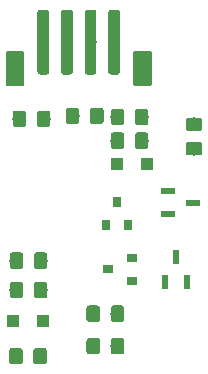
<source format=gbr>
G04 #@! TF.GenerationSoftware,KiCad,Pcbnew,(5.1.0)-1*
G04 #@! TF.CreationDate,2020-03-11T19:31:41+00:00*
G04 #@! TF.ProjectId,Line Generator,4c696e65-2047-4656-9e65-7261746f722e,rev?*
G04 #@! TF.SameCoordinates,Original*
G04 #@! TF.FileFunction,Paste,Top*
G04 #@! TF.FilePolarity,Positive*
%FSLAX46Y46*%
G04 Gerber Fmt 4.6, Leading zero omitted, Abs format (unit mm)*
G04 Created by KiCad (PCBNEW (5.1.0)-1) date 2020-03-11 19:31:42*
%MOMM*%
%LPD*%
G04 APERTURE LIST*
%ADD10C,0.100000*%
%ADD11C,1.000000*%
%ADD12C,1.600000*%
%ADD13R,1.000000X1.000000*%
%ADD14R,0.800000X0.900000*%
%ADD15C,1.150000*%
%ADD16R,1.300000X0.600000*%
%ADD17R,0.600000X1.300000*%
%ADD18R,0.900000X0.800000*%
G04 APERTURE END LIST*
D10*
G36*
X212274504Y-69751204D02*
G01*
X212298773Y-69754804D01*
X212322571Y-69760765D01*
X212345671Y-69769030D01*
X212367849Y-69779520D01*
X212388893Y-69792133D01*
X212408598Y-69806747D01*
X212426777Y-69823223D01*
X212443253Y-69841402D01*
X212457867Y-69861107D01*
X212470480Y-69882151D01*
X212480970Y-69904329D01*
X212489235Y-69927429D01*
X212495196Y-69951227D01*
X212498796Y-69975496D01*
X212500000Y-70000000D01*
X212500000Y-75000000D01*
X212498796Y-75024504D01*
X212495196Y-75048773D01*
X212489235Y-75072571D01*
X212480970Y-75095671D01*
X212470480Y-75117849D01*
X212457867Y-75138893D01*
X212443253Y-75158598D01*
X212426777Y-75176777D01*
X212408598Y-75193253D01*
X212388893Y-75207867D01*
X212367849Y-75220480D01*
X212345671Y-75230970D01*
X212322571Y-75239235D01*
X212298773Y-75245196D01*
X212274504Y-75248796D01*
X212250000Y-75250000D01*
X211750000Y-75250000D01*
X211725496Y-75248796D01*
X211701227Y-75245196D01*
X211677429Y-75239235D01*
X211654329Y-75230970D01*
X211632151Y-75220480D01*
X211611107Y-75207867D01*
X211591402Y-75193253D01*
X211573223Y-75176777D01*
X211556747Y-75158598D01*
X211542133Y-75138893D01*
X211529520Y-75117849D01*
X211519030Y-75095671D01*
X211510765Y-75072571D01*
X211504804Y-75048773D01*
X211501204Y-75024504D01*
X211500000Y-75000000D01*
X211500000Y-70000000D01*
X211501204Y-69975496D01*
X211504804Y-69951227D01*
X211510765Y-69927429D01*
X211519030Y-69904329D01*
X211529520Y-69882151D01*
X211542133Y-69861107D01*
X211556747Y-69841402D01*
X211573223Y-69823223D01*
X211591402Y-69806747D01*
X211611107Y-69792133D01*
X211632151Y-69779520D01*
X211654329Y-69769030D01*
X211677429Y-69760765D01*
X211701227Y-69754804D01*
X211725496Y-69751204D01*
X211750000Y-69750000D01*
X212250000Y-69750000D01*
X212274504Y-69751204D01*
X212274504Y-69751204D01*
G37*
D11*
X212000000Y-72500000D03*
D10*
G36*
X210274504Y-69751204D02*
G01*
X210298773Y-69754804D01*
X210322571Y-69760765D01*
X210345671Y-69769030D01*
X210367849Y-69779520D01*
X210388893Y-69792133D01*
X210408598Y-69806747D01*
X210426777Y-69823223D01*
X210443253Y-69841402D01*
X210457867Y-69861107D01*
X210470480Y-69882151D01*
X210480970Y-69904329D01*
X210489235Y-69927429D01*
X210495196Y-69951227D01*
X210498796Y-69975496D01*
X210500000Y-70000000D01*
X210500000Y-75000000D01*
X210498796Y-75024504D01*
X210495196Y-75048773D01*
X210489235Y-75072571D01*
X210480970Y-75095671D01*
X210470480Y-75117849D01*
X210457867Y-75138893D01*
X210443253Y-75158598D01*
X210426777Y-75176777D01*
X210408598Y-75193253D01*
X210388893Y-75207867D01*
X210367849Y-75220480D01*
X210345671Y-75230970D01*
X210322571Y-75239235D01*
X210298773Y-75245196D01*
X210274504Y-75248796D01*
X210250000Y-75250000D01*
X209750000Y-75250000D01*
X209725496Y-75248796D01*
X209701227Y-75245196D01*
X209677429Y-75239235D01*
X209654329Y-75230970D01*
X209632151Y-75220480D01*
X209611107Y-75207867D01*
X209591402Y-75193253D01*
X209573223Y-75176777D01*
X209556747Y-75158598D01*
X209542133Y-75138893D01*
X209529520Y-75117849D01*
X209519030Y-75095671D01*
X209510765Y-75072571D01*
X209504804Y-75048773D01*
X209501204Y-75024504D01*
X209500000Y-75000000D01*
X209500000Y-70000000D01*
X209501204Y-69975496D01*
X209504804Y-69951227D01*
X209510765Y-69927429D01*
X209519030Y-69904329D01*
X209529520Y-69882151D01*
X209542133Y-69861107D01*
X209556747Y-69841402D01*
X209573223Y-69823223D01*
X209591402Y-69806747D01*
X209611107Y-69792133D01*
X209632151Y-69779520D01*
X209654329Y-69769030D01*
X209677429Y-69760765D01*
X209701227Y-69754804D01*
X209725496Y-69751204D01*
X209750000Y-69750000D01*
X210250000Y-69750000D01*
X210274504Y-69751204D01*
X210274504Y-69751204D01*
G37*
D11*
X210000000Y-72500000D03*
D10*
G36*
X208274504Y-69751204D02*
G01*
X208298773Y-69754804D01*
X208322571Y-69760765D01*
X208345671Y-69769030D01*
X208367849Y-69779520D01*
X208388893Y-69792133D01*
X208408598Y-69806747D01*
X208426777Y-69823223D01*
X208443253Y-69841402D01*
X208457867Y-69861107D01*
X208470480Y-69882151D01*
X208480970Y-69904329D01*
X208489235Y-69927429D01*
X208495196Y-69951227D01*
X208498796Y-69975496D01*
X208500000Y-70000000D01*
X208500000Y-75000000D01*
X208498796Y-75024504D01*
X208495196Y-75048773D01*
X208489235Y-75072571D01*
X208480970Y-75095671D01*
X208470480Y-75117849D01*
X208457867Y-75138893D01*
X208443253Y-75158598D01*
X208426777Y-75176777D01*
X208408598Y-75193253D01*
X208388893Y-75207867D01*
X208367849Y-75220480D01*
X208345671Y-75230970D01*
X208322571Y-75239235D01*
X208298773Y-75245196D01*
X208274504Y-75248796D01*
X208250000Y-75250000D01*
X207750000Y-75250000D01*
X207725496Y-75248796D01*
X207701227Y-75245196D01*
X207677429Y-75239235D01*
X207654329Y-75230970D01*
X207632151Y-75220480D01*
X207611107Y-75207867D01*
X207591402Y-75193253D01*
X207573223Y-75176777D01*
X207556747Y-75158598D01*
X207542133Y-75138893D01*
X207529520Y-75117849D01*
X207519030Y-75095671D01*
X207510765Y-75072571D01*
X207504804Y-75048773D01*
X207501204Y-75024504D01*
X207500000Y-75000000D01*
X207500000Y-70000000D01*
X207501204Y-69975496D01*
X207504804Y-69951227D01*
X207510765Y-69927429D01*
X207519030Y-69904329D01*
X207529520Y-69882151D01*
X207542133Y-69861107D01*
X207556747Y-69841402D01*
X207573223Y-69823223D01*
X207591402Y-69806747D01*
X207611107Y-69792133D01*
X207632151Y-69779520D01*
X207654329Y-69769030D01*
X207677429Y-69760765D01*
X207701227Y-69754804D01*
X207725496Y-69751204D01*
X207750000Y-69750000D01*
X208250000Y-69750000D01*
X208274504Y-69751204D01*
X208274504Y-69751204D01*
G37*
D11*
X208000000Y-72500000D03*
D10*
G36*
X206274504Y-69751204D02*
G01*
X206298773Y-69754804D01*
X206322571Y-69760765D01*
X206345671Y-69769030D01*
X206367849Y-69779520D01*
X206388893Y-69792133D01*
X206408598Y-69806747D01*
X206426777Y-69823223D01*
X206443253Y-69841402D01*
X206457867Y-69861107D01*
X206470480Y-69882151D01*
X206480970Y-69904329D01*
X206489235Y-69927429D01*
X206495196Y-69951227D01*
X206498796Y-69975496D01*
X206500000Y-70000000D01*
X206500000Y-75000000D01*
X206498796Y-75024504D01*
X206495196Y-75048773D01*
X206489235Y-75072571D01*
X206480970Y-75095671D01*
X206470480Y-75117849D01*
X206457867Y-75138893D01*
X206443253Y-75158598D01*
X206426777Y-75176777D01*
X206408598Y-75193253D01*
X206388893Y-75207867D01*
X206367849Y-75220480D01*
X206345671Y-75230970D01*
X206322571Y-75239235D01*
X206298773Y-75245196D01*
X206274504Y-75248796D01*
X206250000Y-75250000D01*
X205750000Y-75250000D01*
X205725496Y-75248796D01*
X205701227Y-75245196D01*
X205677429Y-75239235D01*
X205654329Y-75230970D01*
X205632151Y-75220480D01*
X205611107Y-75207867D01*
X205591402Y-75193253D01*
X205573223Y-75176777D01*
X205556747Y-75158598D01*
X205542133Y-75138893D01*
X205529520Y-75117849D01*
X205519030Y-75095671D01*
X205510765Y-75072571D01*
X205504804Y-75048773D01*
X205501204Y-75024504D01*
X205500000Y-75000000D01*
X205500000Y-70000000D01*
X205501204Y-69975496D01*
X205504804Y-69951227D01*
X205510765Y-69927429D01*
X205519030Y-69904329D01*
X205529520Y-69882151D01*
X205542133Y-69861107D01*
X205556747Y-69841402D01*
X205573223Y-69823223D01*
X205591402Y-69806747D01*
X205611107Y-69792133D01*
X205632151Y-69779520D01*
X205654329Y-69769030D01*
X205677429Y-69760765D01*
X205701227Y-69754804D01*
X205725496Y-69751204D01*
X205750000Y-69750000D01*
X206250000Y-69750000D01*
X206274504Y-69751204D01*
X206274504Y-69751204D01*
G37*
D11*
X206000000Y-72500000D03*
D10*
G36*
X214974504Y-73251204D02*
G01*
X214998773Y-73254804D01*
X215022571Y-73260765D01*
X215045671Y-73269030D01*
X215067849Y-73279520D01*
X215088893Y-73292133D01*
X215108598Y-73306747D01*
X215126777Y-73323223D01*
X215143253Y-73341402D01*
X215157867Y-73361107D01*
X215170480Y-73382151D01*
X215180970Y-73404329D01*
X215189235Y-73427429D01*
X215195196Y-73451227D01*
X215198796Y-73475496D01*
X215200000Y-73500000D01*
X215200000Y-76000000D01*
X215198796Y-76024504D01*
X215195196Y-76048773D01*
X215189235Y-76072571D01*
X215180970Y-76095671D01*
X215170480Y-76117849D01*
X215157867Y-76138893D01*
X215143253Y-76158598D01*
X215126777Y-76176777D01*
X215108598Y-76193253D01*
X215088893Y-76207867D01*
X215067849Y-76220480D01*
X215045671Y-76230970D01*
X215022571Y-76239235D01*
X214998773Y-76245196D01*
X214974504Y-76248796D01*
X214950000Y-76250000D01*
X213850000Y-76250000D01*
X213825496Y-76248796D01*
X213801227Y-76245196D01*
X213777429Y-76239235D01*
X213754329Y-76230970D01*
X213732151Y-76220480D01*
X213711107Y-76207867D01*
X213691402Y-76193253D01*
X213673223Y-76176777D01*
X213656747Y-76158598D01*
X213642133Y-76138893D01*
X213629520Y-76117849D01*
X213619030Y-76095671D01*
X213610765Y-76072571D01*
X213604804Y-76048773D01*
X213601204Y-76024504D01*
X213600000Y-76000000D01*
X213600000Y-73500000D01*
X213601204Y-73475496D01*
X213604804Y-73451227D01*
X213610765Y-73427429D01*
X213619030Y-73404329D01*
X213629520Y-73382151D01*
X213642133Y-73361107D01*
X213656747Y-73341402D01*
X213673223Y-73323223D01*
X213691402Y-73306747D01*
X213711107Y-73292133D01*
X213732151Y-73279520D01*
X213754329Y-73269030D01*
X213777429Y-73260765D01*
X213801227Y-73254804D01*
X213825496Y-73251204D01*
X213850000Y-73250000D01*
X214950000Y-73250000D01*
X214974504Y-73251204D01*
X214974504Y-73251204D01*
G37*
D12*
X214400000Y-74750000D03*
D10*
G36*
X204174504Y-73251204D02*
G01*
X204198773Y-73254804D01*
X204222571Y-73260765D01*
X204245671Y-73269030D01*
X204267849Y-73279520D01*
X204288893Y-73292133D01*
X204308598Y-73306747D01*
X204326777Y-73323223D01*
X204343253Y-73341402D01*
X204357867Y-73361107D01*
X204370480Y-73382151D01*
X204380970Y-73404329D01*
X204389235Y-73427429D01*
X204395196Y-73451227D01*
X204398796Y-73475496D01*
X204400000Y-73500000D01*
X204400000Y-76000000D01*
X204398796Y-76024504D01*
X204395196Y-76048773D01*
X204389235Y-76072571D01*
X204380970Y-76095671D01*
X204370480Y-76117849D01*
X204357867Y-76138893D01*
X204343253Y-76158598D01*
X204326777Y-76176777D01*
X204308598Y-76193253D01*
X204288893Y-76207867D01*
X204267849Y-76220480D01*
X204245671Y-76230970D01*
X204222571Y-76239235D01*
X204198773Y-76245196D01*
X204174504Y-76248796D01*
X204150000Y-76250000D01*
X203050000Y-76250000D01*
X203025496Y-76248796D01*
X203001227Y-76245196D01*
X202977429Y-76239235D01*
X202954329Y-76230970D01*
X202932151Y-76220480D01*
X202911107Y-76207867D01*
X202891402Y-76193253D01*
X202873223Y-76176777D01*
X202856747Y-76158598D01*
X202842133Y-76138893D01*
X202829520Y-76117849D01*
X202819030Y-76095671D01*
X202810765Y-76072571D01*
X202804804Y-76048773D01*
X202801204Y-76024504D01*
X202800000Y-76000000D01*
X202800000Y-73500000D01*
X202801204Y-73475496D01*
X202804804Y-73451227D01*
X202810765Y-73427429D01*
X202819030Y-73404329D01*
X202829520Y-73382151D01*
X202842133Y-73361107D01*
X202856747Y-73341402D01*
X202873223Y-73323223D01*
X202891402Y-73306747D01*
X202911107Y-73292133D01*
X202932151Y-73279520D01*
X202954329Y-73269030D01*
X202977429Y-73260765D01*
X203001227Y-73254804D01*
X203025496Y-73251204D01*
X203050000Y-73250000D01*
X204150000Y-73250000D01*
X204174504Y-73251204D01*
X204174504Y-73251204D01*
G37*
D12*
X203600000Y-74750000D03*
D13*
X212250000Y-82850000D03*
X214750000Y-82850000D03*
D14*
X211300000Y-88000000D03*
X213200000Y-88000000D03*
X212250000Y-86000000D03*
D10*
G36*
X206374505Y-78301204D02*
G01*
X206398773Y-78304804D01*
X206422572Y-78310765D01*
X206445671Y-78319030D01*
X206467850Y-78329520D01*
X206488893Y-78342132D01*
X206508599Y-78356747D01*
X206526777Y-78373223D01*
X206543253Y-78391401D01*
X206557868Y-78411107D01*
X206570480Y-78432150D01*
X206580970Y-78454329D01*
X206589235Y-78477428D01*
X206595196Y-78501227D01*
X206598796Y-78525495D01*
X206600000Y-78549999D01*
X206600000Y-79450001D01*
X206598796Y-79474505D01*
X206595196Y-79498773D01*
X206589235Y-79522572D01*
X206580970Y-79545671D01*
X206570480Y-79567850D01*
X206557868Y-79588893D01*
X206543253Y-79608599D01*
X206526777Y-79626777D01*
X206508599Y-79643253D01*
X206488893Y-79657868D01*
X206467850Y-79670480D01*
X206445671Y-79680970D01*
X206422572Y-79689235D01*
X206398773Y-79695196D01*
X206374505Y-79698796D01*
X206350001Y-79700000D01*
X205699999Y-79700000D01*
X205675495Y-79698796D01*
X205651227Y-79695196D01*
X205627428Y-79689235D01*
X205604329Y-79680970D01*
X205582150Y-79670480D01*
X205561107Y-79657868D01*
X205541401Y-79643253D01*
X205523223Y-79626777D01*
X205506747Y-79608599D01*
X205492132Y-79588893D01*
X205479520Y-79567850D01*
X205469030Y-79545671D01*
X205460765Y-79522572D01*
X205454804Y-79498773D01*
X205451204Y-79474505D01*
X205450000Y-79450001D01*
X205450000Y-78549999D01*
X205451204Y-78525495D01*
X205454804Y-78501227D01*
X205460765Y-78477428D01*
X205469030Y-78454329D01*
X205479520Y-78432150D01*
X205492132Y-78411107D01*
X205506747Y-78391401D01*
X205523223Y-78373223D01*
X205541401Y-78356747D01*
X205561107Y-78342132D01*
X205582150Y-78329520D01*
X205604329Y-78319030D01*
X205627428Y-78310765D01*
X205651227Y-78304804D01*
X205675495Y-78301204D01*
X205699999Y-78300000D01*
X206350001Y-78300000D01*
X206374505Y-78301204D01*
X206374505Y-78301204D01*
G37*
D15*
X206025000Y-79000000D03*
D10*
G36*
X204324505Y-78301204D02*
G01*
X204348773Y-78304804D01*
X204372572Y-78310765D01*
X204395671Y-78319030D01*
X204417850Y-78329520D01*
X204438893Y-78342132D01*
X204458599Y-78356747D01*
X204476777Y-78373223D01*
X204493253Y-78391401D01*
X204507868Y-78411107D01*
X204520480Y-78432150D01*
X204530970Y-78454329D01*
X204539235Y-78477428D01*
X204545196Y-78501227D01*
X204548796Y-78525495D01*
X204550000Y-78549999D01*
X204550000Y-79450001D01*
X204548796Y-79474505D01*
X204545196Y-79498773D01*
X204539235Y-79522572D01*
X204530970Y-79545671D01*
X204520480Y-79567850D01*
X204507868Y-79588893D01*
X204493253Y-79608599D01*
X204476777Y-79626777D01*
X204458599Y-79643253D01*
X204438893Y-79657868D01*
X204417850Y-79670480D01*
X204395671Y-79680970D01*
X204372572Y-79689235D01*
X204348773Y-79695196D01*
X204324505Y-79698796D01*
X204300001Y-79700000D01*
X203649999Y-79700000D01*
X203625495Y-79698796D01*
X203601227Y-79695196D01*
X203577428Y-79689235D01*
X203554329Y-79680970D01*
X203532150Y-79670480D01*
X203511107Y-79657868D01*
X203491401Y-79643253D01*
X203473223Y-79626777D01*
X203456747Y-79608599D01*
X203442132Y-79588893D01*
X203429520Y-79567850D01*
X203419030Y-79545671D01*
X203410765Y-79522572D01*
X203404804Y-79498773D01*
X203401204Y-79474505D01*
X203400000Y-79450001D01*
X203400000Y-78549999D01*
X203401204Y-78525495D01*
X203404804Y-78501227D01*
X203410765Y-78477428D01*
X203419030Y-78454329D01*
X203429520Y-78432150D01*
X203442132Y-78411107D01*
X203456747Y-78391401D01*
X203473223Y-78373223D01*
X203491401Y-78356747D01*
X203511107Y-78342132D01*
X203532150Y-78329520D01*
X203554329Y-78319030D01*
X203577428Y-78310765D01*
X203601227Y-78304804D01*
X203625495Y-78301204D01*
X203649999Y-78300000D01*
X204300001Y-78300000D01*
X204324505Y-78301204D01*
X204324505Y-78301204D01*
G37*
D15*
X203975000Y-79000000D03*
D10*
G36*
X210874505Y-78051204D02*
G01*
X210898773Y-78054804D01*
X210922572Y-78060765D01*
X210945671Y-78069030D01*
X210967850Y-78079520D01*
X210988893Y-78092132D01*
X211008599Y-78106747D01*
X211026777Y-78123223D01*
X211043253Y-78141401D01*
X211057868Y-78161107D01*
X211070480Y-78182150D01*
X211080970Y-78204329D01*
X211089235Y-78227428D01*
X211095196Y-78251227D01*
X211098796Y-78275495D01*
X211100000Y-78299999D01*
X211100000Y-79200001D01*
X211098796Y-79224505D01*
X211095196Y-79248773D01*
X211089235Y-79272572D01*
X211080970Y-79295671D01*
X211070480Y-79317850D01*
X211057868Y-79338893D01*
X211043253Y-79358599D01*
X211026777Y-79376777D01*
X211008599Y-79393253D01*
X210988893Y-79407868D01*
X210967850Y-79420480D01*
X210945671Y-79430970D01*
X210922572Y-79439235D01*
X210898773Y-79445196D01*
X210874505Y-79448796D01*
X210850001Y-79450000D01*
X210199999Y-79450000D01*
X210175495Y-79448796D01*
X210151227Y-79445196D01*
X210127428Y-79439235D01*
X210104329Y-79430970D01*
X210082150Y-79420480D01*
X210061107Y-79407868D01*
X210041401Y-79393253D01*
X210023223Y-79376777D01*
X210006747Y-79358599D01*
X209992132Y-79338893D01*
X209979520Y-79317850D01*
X209969030Y-79295671D01*
X209960765Y-79272572D01*
X209954804Y-79248773D01*
X209951204Y-79224505D01*
X209950000Y-79200001D01*
X209950000Y-78299999D01*
X209951204Y-78275495D01*
X209954804Y-78251227D01*
X209960765Y-78227428D01*
X209969030Y-78204329D01*
X209979520Y-78182150D01*
X209992132Y-78161107D01*
X210006747Y-78141401D01*
X210023223Y-78123223D01*
X210041401Y-78106747D01*
X210061107Y-78092132D01*
X210082150Y-78079520D01*
X210104329Y-78069030D01*
X210127428Y-78060765D01*
X210151227Y-78054804D01*
X210175495Y-78051204D01*
X210199999Y-78050000D01*
X210850001Y-78050000D01*
X210874505Y-78051204D01*
X210874505Y-78051204D01*
G37*
D15*
X210525000Y-78750000D03*
D10*
G36*
X208824505Y-78051204D02*
G01*
X208848773Y-78054804D01*
X208872572Y-78060765D01*
X208895671Y-78069030D01*
X208917850Y-78079520D01*
X208938893Y-78092132D01*
X208958599Y-78106747D01*
X208976777Y-78123223D01*
X208993253Y-78141401D01*
X209007868Y-78161107D01*
X209020480Y-78182150D01*
X209030970Y-78204329D01*
X209039235Y-78227428D01*
X209045196Y-78251227D01*
X209048796Y-78275495D01*
X209050000Y-78299999D01*
X209050000Y-79200001D01*
X209048796Y-79224505D01*
X209045196Y-79248773D01*
X209039235Y-79272572D01*
X209030970Y-79295671D01*
X209020480Y-79317850D01*
X209007868Y-79338893D01*
X208993253Y-79358599D01*
X208976777Y-79376777D01*
X208958599Y-79393253D01*
X208938893Y-79407868D01*
X208917850Y-79420480D01*
X208895671Y-79430970D01*
X208872572Y-79439235D01*
X208848773Y-79445196D01*
X208824505Y-79448796D01*
X208800001Y-79450000D01*
X208149999Y-79450000D01*
X208125495Y-79448796D01*
X208101227Y-79445196D01*
X208077428Y-79439235D01*
X208054329Y-79430970D01*
X208032150Y-79420480D01*
X208011107Y-79407868D01*
X207991401Y-79393253D01*
X207973223Y-79376777D01*
X207956747Y-79358599D01*
X207942132Y-79338893D01*
X207929520Y-79317850D01*
X207919030Y-79295671D01*
X207910765Y-79272572D01*
X207904804Y-79248773D01*
X207901204Y-79224505D01*
X207900000Y-79200001D01*
X207900000Y-78299999D01*
X207901204Y-78275495D01*
X207904804Y-78251227D01*
X207910765Y-78227428D01*
X207919030Y-78204329D01*
X207929520Y-78182150D01*
X207942132Y-78161107D01*
X207956747Y-78141401D01*
X207973223Y-78123223D01*
X207991401Y-78106747D01*
X208011107Y-78092132D01*
X208032150Y-78079520D01*
X208054329Y-78069030D01*
X208077428Y-78060765D01*
X208101227Y-78054804D01*
X208125495Y-78051204D01*
X208149999Y-78050000D01*
X208800001Y-78050000D01*
X208824505Y-78051204D01*
X208824505Y-78051204D01*
G37*
D15*
X208475000Y-78750000D03*
D10*
G36*
X214674505Y-78151204D02*
G01*
X214698773Y-78154804D01*
X214722572Y-78160765D01*
X214745671Y-78169030D01*
X214767850Y-78179520D01*
X214788893Y-78192132D01*
X214808599Y-78206747D01*
X214826777Y-78223223D01*
X214843253Y-78241401D01*
X214857868Y-78261107D01*
X214870480Y-78282150D01*
X214880970Y-78304329D01*
X214889235Y-78327428D01*
X214895196Y-78351227D01*
X214898796Y-78375495D01*
X214900000Y-78399999D01*
X214900000Y-79300001D01*
X214898796Y-79324505D01*
X214895196Y-79348773D01*
X214889235Y-79372572D01*
X214880970Y-79395671D01*
X214870480Y-79417850D01*
X214857868Y-79438893D01*
X214843253Y-79458599D01*
X214826777Y-79476777D01*
X214808599Y-79493253D01*
X214788893Y-79507868D01*
X214767850Y-79520480D01*
X214745671Y-79530970D01*
X214722572Y-79539235D01*
X214698773Y-79545196D01*
X214674505Y-79548796D01*
X214650001Y-79550000D01*
X213999999Y-79550000D01*
X213975495Y-79548796D01*
X213951227Y-79545196D01*
X213927428Y-79539235D01*
X213904329Y-79530970D01*
X213882150Y-79520480D01*
X213861107Y-79507868D01*
X213841401Y-79493253D01*
X213823223Y-79476777D01*
X213806747Y-79458599D01*
X213792132Y-79438893D01*
X213779520Y-79417850D01*
X213769030Y-79395671D01*
X213760765Y-79372572D01*
X213754804Y-79348773D01*
X213751204Y-79324505D01*
X213750000Y-79300001D01*
X213750000Y-78399999D01*
X213751204Y-78375495D01*
X213754804Y-78351227D01*
X213760765Y-78327428D01*
X213769030Y-78304329D01*
X213779520Y-78282150D01*
X213792132Y-78261107D01*
X213806747Y-78241401D01*
X213823223Y-78223223D01*
X213841401Y-78206747D01*
X213861107Y-78192132D01*
X213882150Y-78179520D01*
X213904329Y-78169030D01*
X213927428Y-78160765D01*
X213951227Y-78154804D01*
X213975495Y-78151204D01*
X213999999Y-78150000D01*
X214650001Y-78150000D01*
X214674505Y-78151204D01*
X214674505Y-78151204D01*
G37*
D15*
X214325000Y-78850000D03*
D10*
G36*
X212624505Y-78151204D02*
G01*
X212648773Y-78154804D01*
X212672572Y-78160765D01*
X212695671Y-78169030D01*
X212717850Y-78179520D01*
X212738893Y-78192132D01*
X212758599Y-78206747D01*
X212776777Y-78223223D01*
X212793253Y-78241401D01*
X212807868Y-78261107D01*
X212820480Y-78282150D01*
X212830970Y-78304329D01*
X212839235Y-78327428D01*
X212845196Y-78351227D01*
X212848796Y-78375495D01*
X212850000Y-78399999D01*
X212850000Y-79300001D01*
X212848796Y-79324505D01*
X212845196Y-79348773D01*
X212839235Y-79372572D01*
X212830970Y-79395671D01*
X212820480Y-79417850D01*
X212807868Y-79438893D01*
X212793253Y-79458599D01*
X212776777Y-79476777D01*
X212758599Y-79493253D01*
X212738893Y-79507868D01*
X212717850Y-79520480D01*
X212695671Y-79530970D01*
X212672572Y-79539235D01*
X212648773Y-79545196D01*
X212624505Y-79548796D01*
X212600001Y-79550000D01*
X211949999Y-79550000D01*
X211925495Y-79548796D01*
X211901227Y-79545196D01*
X211877428Y-79539235D01*
X211854329Y-79530970D01*
X211832150Y-79520480D01*
X211811107Y-79507868D01*
X211791401Y-79493253D01*
X211773223Y-79476777D01*
X211756747Y-79458599D01*
X211742132Y-79438893D01*
X211729520Y-79417850D01*
X211719030Y-79395671D01*
X211710765Y-79372572D01*
X211704804Y-79348773D01*
X211701204Y-79324505D01*
X211700000Y-79300001D01*
X211700000Y-78399999D01*
X211701204Y-78375495D01*
X211704804Y-78351227D01*
X211710765Y-78327428D01*
X211719030Y-78304329D01*
X211729520Y-78282150D01*
X211742132Y-78261107D01*
X211756747Y-78241401D01*
X211773223Y-78223223D01*
X211791401Y-78206747D01*
X211811107Y-78192132D01*
X211832150Y-78179520D01*
X211854329Y-78169030D01*
X211877428Y-78160765D01*
X211901227Y-78154804D01*
X211925495Y-78151204D01*
X211949999Y-78150000D01*
X212600001Y-78150000D01*
X212624505Y-78151204D01*
X212624505Y-78151204D01*
G37*
D15*
X212275000Y-78850000D03*
D16*
X216550000Y-85150000D03*
X216550000Y-87050000D03*
X218650000Y-86100000D03*
D10*
G36*
X206074505Y-98401204D02*
G01*
X206098773Y-98404804D01*
X206122572Y-98410765D01*
X206145671Y-98419030D01*
X206167850Y-98429520D01*
X206188893Y-98442132D01*
X206208599Y-98456747D01*
X206226777Y-98473223D01*
X206243253Y-98491401D01*
X206257868Y-98511107D01*
X206270480Y-98532150D01*
X206280970Y-98554329D01*
X206289235Y-98577428D01*
X206295196Y-98601227D01*
X206298796Y-98625495D01*
X206300000Y-98649999D01*
X206300000Y-99550001D01*
X206298796Y-99574505D01*
X206295196Y-99598773D01*
X206289235Y-99622572D01*
X206280970Y-99645671D01*
X206270480Y-99667850D01*
X206257868Y-99688893D01*
X206243253Y-99708599D01*
X206226777Y-99726777D01*
X206208599Y-99743253D01*
X206188893Y-99757868D01*
X206167850Y-99770480D01*
X206145671Y-99780970D01*
X206122572Y-99789235D01*
X206098773Y-99795196D01*
X206074505Y-99798796D01*
X206050001Y-99800000D01*
X205399999Y-99800000D01*
X205375495Y-99798796D01*
X205351227Y-99795196D01*
X205327428Y-99789235D01*
X205304329Y-99780970D01*
X205282150Y-99770480D01*
X205261107Y-99757868D01*
X205241401Y-99743253D01*
X205223223Y-99726777D01*
X205206747Y-99708599D01*
X205192132Y-99688893D01*
X205179520Y-99667850D01*
X205169030Y-99645671D01*
X205160765Y-99622572D01*
X205154804Y-99598773D01*
X205151204Y-99574505D01*
X205150000Y-99550001D01*
X205150000Y-98649999D01*
X205151204Y-98625495D01*
X205154804Y-98601227D01*
X205160765Y-98577428D01*
X205169030Y-98554329D01*
X205179520Y-98532150D01*
X205192132Y-98511107D01*
X205206747Y-98491401D01*
X205223223Y-98473223D01*
X205241401Y-98456747D01*
X205261107Y-98442132D01*
X205282150Y-98429520D01*
X205304329Y-98419030D01*
X205327428Y-98410765D01*
X205351227Y-98404804D01*
X205375495Y-98401204D01*
X205399999Y-98400000D01*
X206050001Y-98400000D01*
X206074505Y-98401204D01*
X206074505Y-98401204D01*
G37*
D15*
X205725000Y-99100000D03*
D10*
G36*
X204024505Y-98401204D02*
G01*
X204048773Y-98404804D01*
X204072572Y-98410765D01*
X204095671Y-98419030D01*
X204117850Y-98429520D01*
X204138893Y-98442132D01*
X204158599Y-98456747D01*
X204176777Y-98473223D01*
X204193253Y-98491401D01*
X204207868Y-98511107D01*
X204220480Y-98532150D01*
X204230970Y-98554329D01*
X204239235Y-98577428D01*
X204245196Y-98601227D01*
X204248796Y-98625495D01*
X204250000Y-98649999D01*
X204250000Y-99550001D01*
X204248796Y-99574505D01*
X204245196Y-99598773D01*
X204239235Y-99622572D01*
X204230970Y-99645671D01*
X204220480Y-99667850D01*
X204207868Y-99688893D01*
X204193253Y-99708599D01*
X204176777Y-99726777D01*
X204158599Y-99743253D01*
X204138893Y-99757868D01*
X204117850Y-99770480D01*
X204095671Y-99780970D01*
X204072572Y-99789235D01*
X204048773Y-99795196D01*
X204024505Y-99798796D01*
X204000001Y-99800000D01*
X203349999Y-99800000D01*
X203325495Y-99798796D01*
X203301227Y-99795196D01*
X203277428Y-99789235D01*
X203254329Y-99780970D01*
X203232150Y-99770480D01*
X203211107Y-99757868D01*
X203191401Y-99743253D01*
X203173223Y-99726777D01*
X203156747Y-99708599D01*
X203142132Y-99688893D01*
X203129520Y-99667850D01*
X203119030Y-99645671D01*
X203110765Y-99622572D01*
X203104804Y-99598773D01*
X203101204Y-99574505D01*
X203100000Y-99550001D01*
X203100000Y-98649999D01*
X203101204Y-98625495D01*
X203104804Y-98601227D01*
X203110765Y-98577428D01*
X203119030Y-98554329D01*
X203129520Y-98532150D01*
X203142132Y-98511107D01*
X203156747Y-98491401D01*
X203173223Y-98473223D01*
X203191401Y-98456747D01*
X203211107Y-98442132D01*
X203232150Y-98429520D01*
X203254329Y-98419030D01*
X203277428Y-98410765D01*
X203301227Y-98404804D01*
X203325495Y-98401204D01*
X203349999Y-98400000D01*
X204000001Y-98400000D01*
X204024505Y-98401204D01*
X204024505Y-98401204D01*
G37*
D15*
X203675000Y-99100000D03*
D13*
X203450000Y-96100000D03*
X205950000Y-96100000D03*
D17*
X217250000Y-90700000D03*
X218200000Y-92800000D03*
X216300000Y-92800000D03*
D18*
X213500000Y-92700000D03*
X213500000Y-90800000D03*
X211500000Y-91750000D03*
D10*
G36*
X206124505Y-90301204D02*
G01*
X206148773Y-90304804D01*
X206172572Y-90310765D01*
X206195671Y-90319030D01*
X206217850Y-90329520D01*
X206238893Y-90342132D01*
X206258599Y-90356747D01*
X206276777Y-90373223D01*
X206293253Y-90391401D01*
X206307868Y-90411107D01*
X206320480Y-90432150D01*
X206330970Y-90454329D01*
X206339235Y-90477428D01*
X206345196Y-90501227D01*
X206348796Y-90525495D01*
X206350000Y-90549999D01*
X206350000Y-91450001D01*
X206348796Y-91474505D01*
X206345196Y-91498773D01*
X206339235Y-91522572D01*
X206330970Y-91545671D01*
X206320480Y-91567850D01*
X206307868Y-91588893D01*
X206293253Y-91608599D01*
X206276777Y-91626777D01*
X206258599Y-91643253D01*
X206238893Y-91657868D01*
X206217850Y-91670480D01*
X206195671Y-91680970D01*
X206172572Y-91689235D01*
X206148773Y-91695196D01*
X206124505Y-91698796D01*
X206100001Y-91700000D01*
X205449999Y-91700000D01*
X205425495Y-91698796D01*
X205401227Y-91695196D01*
X205377428Y-91689235D01*
X205354329Y-91680970D01*
X205332150Y-91670480D01*
X205311107Y-91657868D01*
X205291401Y-91643253D01*
X205273223Y-91626777D01*
X205256747Y-91608599D01*
X205242132Y-91588893D01*
X205229520Y-91567850D01*
X205219030Y-91545671D01*
X205210765Y-91522572D01*
X205204804Y-91498773D01*
X205201204Y-91474505D01*
X205200000Y-91450001D01*
X205200000Y-90549999D01*
X205201204Y-90525495D01*
X205204804Y-90501227D01*
X205210765Y-90477428D01*
X205219030Y-90454329D01*
X205229520Y-90432150D01*
X205242132Y-90411107D01*
X205256747Y-90391401D01*
X205273223Y-90373223D01*
X205291401Y-90356747D01*
X205311107Y-90342132D01*
X205332150Y-90329520D01*
X205354329Y-90319030D01*
X205377428Y-90310765D01*
X205401227Y-90304804D01*
X205425495Y-90301204D01*
X205449999Y-90300000D01*
X206100001Y-90300000D01*
X206124505Y-90301204D01*
X206124505Y-90301204D01*
G37*
D15*
X205775000Y-91000000D03*
D10*
G36*
X204074505Y-90301204D02*
G01*
X204098773Y-90304804D01*
X204122572Y-90310765D01*
X204145671Y-90319030D01*
X204167850Y-90329520D01*
X204188893Y-90342132D01*
X204208599Y-90356747D01*
X204226777Y-90373223D01*
X204243253Y-90391401D01*
X204257868Y-90411107D01*
X204270480Y-90432150D01*
X204280970Y-90454329D01*
X204289235Y-90477428D01*
X204295196Y-90501227D01*
X204298796Y-90525495D01*
X204300000Y-90549999D01*
X204300000Y-91450001D01*
X204298796Y-91474505D01*
X204295196Y-91498773D01*
X204289235Y-91522572D01*
X204280970Y-91545671D01*
X204270480Y-91567850D01*
X204257868Y-91588893D01*
X204243253Y-91608599D01*
X204226777Y-91626777D01*
X204208599Y-91643253D01*
X204188893Y-91657868D01*
X204167850Y-91670480D01*
X204145671Y-91680970D01*
X204122572Y-91689235D01*
X204098773Y-91695196D01*
X204074505Y-91698796D01*
X204050001Y-91700000D01*
X203399999Y-91700000D01*
X203375495Y-91698796D01*
X203351227Y-91695196D01*
X203327428Y-91689235D01*
X203304329Y-91680970D01*
X203282150Y-91670480D01*
X203261107Y-91657868D01*
X203241401Y-91643253D01*
X203223223Y-91626777D01*
X203206747Y-91608599D01*
X203192132Y-91588893D01*
X203179520Y-91567850D01*
X203169030Y-91545671D01*
X203160765Y-91522572D01*
X203154804Y-91498773D01*
X203151204Y-91474505D01*
X203150000Y-91450001D01*
X203150000Y-90549999D01*
X203151204Y-90525495D01*
X203154804Y-90501227D01*
X203160765Y-90477428D01*
X203169030Y-90454329D01*
X203179520Y-90432150D01*
X203192132Y-90411107D01*
X203206747Y-90391401D01*
X203223223Y-90373223D01*
X203241401Y-90356747D01*
X203261107Y-90342132D01*
X203282150Y-90329520D01*
X203304329Y-90319030D01*
X203327428Y-90310765D01*
X203351227Y-90304804D01*
X203375495Y-90301204D01*
X203399999Y-90300000D01*
X204050001Y-90300000D01*
X204074505Y-90301204D01*
X204074505Y-90301204D01*
G37*
D15*
X203725000Y-91000000D03*
D10*
G36*
X210574505Y-94801204D02*
G01*
X210598773Y-94804804D01*
X210622572Y-94810765D01*
X210645671Y-94819030D01*
X210667850Y-94829520D01*
X210688893Y-94842132D01*
X210708599Y-94856747D01*
X210726777Y-94873223D01*
X210743253Y-94891401D01*
X210757868Y-94911107D01*
X210770480Y-94932150D01*
X210780970Y-94954329D01*
X210789235Y-94977428D01*
X210795196Y-95001227D01*
X210798796Y-95025495D01*
X210800000Y-95049999D01*
X210800000Y-95950001D01*
X210798796Y-95974505D01*
X210795196Y-95998773D01*
X210789235Y-96022572D01*
X210780970Y-96045671D01*
X210770480Y-96067850D01*
X210757868Y-96088893D01*
X210743253Y-96108599D01*
X210726777Y-96126777D01*
X210708599Y-96143253D01*
X210688893Y-96157868D01*
X210667850Y-96170480D01*
X210645671Y-96180970D01*
X210622572Y-96189235D01*
X210598773Y-96195196D01*
X210574505Y-96198796D01*
X210550001Y-96200000D01*
X209899999Y-96200000D01*
X209875495Y-96198796D01*
X209851227Y-96195196D01*
X209827428Y-96189235D01*
X209804329Y-96180970D01*
X209782150Y-96170480D01*
X209761107Y-96157868D01*
X209741401Y-96143253D01*
X209723223Y-96126777D01*
X209706747Y-96108599D01*
X209692132Y-96088893D01*
X209679520Y-96067850D01*
X209669030Y-96045671D01*
X209660765Y-96022572D01*
X209654804Y-95998773D01*
X209651204Y-95974505D01*
X209650000Y-95950001D01*
X209650000Y-95049999D01*
X209651204Y-95025495D01*
X209654804Y-95001227D01*
X209660765Y-94977428D01*
X209669030Y-94954329D01*
X209679520Y-94932150D01*
X209692132Y-94911107D01*
X209706747Y-94891401D01*
X209723223Y-94873223D01*
X209741401Y-94856747D01*
X209761107Y-94842132D01*
X209782150Y-94829520D01*
X209804329Y-94819030D01*
X209827428Y-94810765D01*
X209851227Y-94804804D01*
X209875495Y-94801204D01*
X209899999Y-94800000D01*
X210550001Y-94800000D01*
X210574505Y-94801204D01*
X210574505Y-94801204D01*
G37*
D15*
X210225000Y-95500000D03*
D10*
G36*
X212624505Y-94801204D02*
G01*
X212648773Y-94804804D01*
X212672572Y-94810765D01*
X212695671Y-94819030D01*
X212717850Y-94829520D01*
X212738893Y-94842132D01*
X212758599Y-94856747D01*
X212776777Y-94873223D01*
X212793253Y-94891401D01*
X212807868Y-94911107D01*
X212820480Y-94932150D01*
X212830970Y-94954329D01*
X212839235Y-94977428D01*
X212845196Y-95001227D01*
X212848796Y-95025495D01*
X212850000Y-95049999D01*
X212850000Y-95950001D01*
X212848796Y-95974505D01*
X212845196Y-95998773D01*
X212839235Y-96022572D01*
X212830970Y-96045671D01*
X212820480Y-96067850D01*
X212807868Y-96088893D01*
X212793253Y-96108599D01*
X212776777Y-96126777D01*
X212758599Y-96143253D01*
X212738893Y-96157868D01*
X212717850Y-96170480D01*
X212695671Y-96180970D01*
X212672572Y-96189235D01*
X212648773Y-96195196D01*
X212624505Y-96198796D01*
X212600001Y-96200000D01*
X211949999Y-96200000D01*
X211925495Y-96198796D01*
X211901227Y-96195196D01*
X211877428Y-96189235D01*
X211854329Y-96180970D01*
X211832150Y-96170480D01*
X211811107Y-96157868D01*
X211791401Y-96143253D01*
X211773223Y-96126777D01*
X211756747Y-96108599D01*
X211742132Y-96088893D01*
X211729520Y-96067850D01*
X211719030Y-96045671D01*
X211710765Y-96022572D01*
X211704804Y-95998773D01*
X211701204Y-95974505D01*
X211700000Y-95950001D01*
X211700000Y-95049999D01*
X211701204Y-95025495D01*
X211704804Y-95001227D01*
X211710765Y-94977428D01*
X211719030Y-94954329D01*
X211729520Y-94932150D01*
X211742132Y-94911107D01*
X211756747Y-94891401D01*
X211773223Y-94873223D01*
X211791401Y-94856747D01*
X211811107Y-94842132D01*
X211832150Y-94829520D01*
X211854329Y-94819030D01*
X211877428Y-94810765D01*
X211901227Y-94804804D01*
X211925495Y-94801204D01*
X211949999Y-94800000D01*
X212600001Y-94800000D01*
X212624505Y-94801204D01*
X212624505Y-94801204D01*
G37*
D15*
X212275000Y-95500000D03*
D10*
G36*
X214674505Y-80151204D02*
G01*
X214698773Y-80154804D01*
X214722572Y-80160765D01*
X214745671Y-80169030D01*
X214767850Y-80179520D01*
X214788893Y-80192132D01*
X214808599Y-80206747D01*
X214826777Y-80223223D01*
X214843253Y-80241401D01*
X214857868Y-80261107D01*
X214870480Y-80282150D01*
X214880970Y-80304329D01*
X214889235Y-80327428D01*
X214895196Y-80351227D01*
X214898796Y-80375495D01*
X214900000Y-80399999D01*
X214900000Y-81300001D01*
X214898796Y-81324505D01*
X214895196Y-81348773D01*
X214889235Y-81372572D01*
X214880970Y-81395671D01*
X214870480Y-81417850D01*
X214857868Y-81438893D01*
X214843253Y-81458599D01*
X214826777Y-81476777D01*
X214808599Y-81493253D01*
X214788893Y-81507868D01*
X214767850Y-81520480D01*
X214745671Y-81530970D01*
X214722572Y-81539235D01*
X214698773Y-81545196D01*
X214674505Y-81548796D01*
X214650001Y-81550000D01*
X213999999Y-81550000D01*
X213975495Y-81548796D01*
X213951227Y-81545196D01*
X213927428Y-81539235D01*
X213904329Y-81530970D01*
X213882150Y-81520480D01*
X213861107Y-81507868D01*
X213841401Y-81493253D01*
X213823223Y-81476777D01*
X213806747Y-81458599D01*
X213792132Y-81438893D01*
X213779520Y-81417850D01*
X213769030Y-81395671D01*
X213760765Y-81372572D01*
X213754804Y-81348773D01*
X213751204Y-81324505D01*
X213750000Y-81300001D01*
X213750000Y-80399999D01*
X213751204Y-80375495D01*
X213754804Y-80351227D01*
X213760765Y-80327428D01*
X213769030Y-80304329D01*
X213779520Y-80282150D01*
X213792132Y-80261107D01*
X213806747Y-80241401D01*
X213823223Y-80223223D01*
X213841401Y-80206747D01*
X213861107Y-80192132D01*
X213882150Y-80179520D01*
X213904329Y-80169030D01*
X213927428Y-80160765D01*
X213951227Y-80154804D01*
X213975495Y-80151204D01*
X213999999Y-80150000D01*
X214650001Y-80150000D01*
X214674505Y-80151204D01*
X214674505Y-80151204D01*
G37*
D15*
X214325000Y-80850000D03*
D10*
G36*
X212624505Y-80151204D02*
G01*
X212648773Y-80154804D01*
X212672572Y-80160765D01*
X212695671Y-80169030D01*
X212717850Y-80179520D01*
X212738893Y-80192132D01*
X212758599Y-80206747D01*
X212776777Y-80223223D01*
X212793253Y-80241401D01*
X212807868Y-80261107D01*
X212820480Y-80282150D01*
X212830970Y-80304329D01*
X212839235Y-80327428D01*
X212845196Y-80351227D01*
X212848796Y-80375495D01*
X212850000Y-80399999D01*
X212850000Y-81300001D01*
X212848796Y-81324505D01*
X212845196Y-81348773D01*
X212839235Y-81372572D01*
X212830970Y-81395671D01*
X212820480Y-81417850D01*
X212807868Y-81438893D01*
X212793253Y-81458599D01*
X212776777Y-81476777D01*
X212758599Y-81493253D01*
X212738893Y-81507868D01*
X212717850Y-81520480D01*
X212695671Y-81530970D01*
X212672572Y-81539235D01*
X212648773Y-81545196D01*
X212624505Y-81548796D01*
X212600001Y-81550000D01*
X211949999Y-81550000D01*
X211925495Y-81548796D01*
X211901227Y-81545196D01*
X211877428Y-81539235D01*
X211854329Y-81530970D01*
X211832150Y-81520480D01*
X211811107Y-81507868D01*
X211791401Y-81493253D01*
X211773223Y-81476777D01*
X211756747Y-81458599D01*
X211742132Y-81438893D01*
X211729520Y-81417850D01*
X211719030Y-81395671D01*
X211710765Y-81372572D01*
X211704804Y-81348773D01*
X211701204Y-81324505D01*
X211700000Y-81300001D01*
X211700000Y-80399999D01*
X211701204Y-80375495D01*
X211704804Y-80351227D01*
X211710765Y-80327428D01*
X211719030Y-80304329D01*
X211729520Y-80282150D01*
X211742132Y-80261107D01*
X211756747Y-80241401D01*
X211773223Y-80223223D01*
X211791401Y-80206747D01*
X211811107Y-80192132D01*
X211832150Y-80179520D01*
X211854329Y-80169030D01*
X211877428Y-80160765D01*
X211901227Y-80154804D01*
X211925495Y-80151204D01*
X211949999Y-80150000D01*
X212600001Y-80150000D01*
X212624505Y-80151204D01*
X212624505Y-80151204D01*
G37*
D15*
X212275000Y-80850000D03*
D10*
G36*
X219224505Y-78901204D02*
G01*
X219248773Y-78904804D01*
X219272572Y-78910765D01*
X219295671Y-78919030D01*
X219317850Y-78929520D01*
X219338893Y-78942132D01*
X219358599Y-78956747D01*
X219376777Y-78973223D01*
X219393253Y-78991401D01*
X219407868Y-79011107D01*
X219420480Y-79032150D01*
X219430970Y-79054329D01*
X219439235Y-79077428D01*
X219445196Y-79101227D01*
X219448796Y-79125495D01*
X219450000Y-79149999D01*
X219450000Y-79800001D01*
X219448796Y-79824505D01*
X219445196Y-79848773D01*
X219439235Y-79872572D01*
X219430970Y-79895671D01*
X219420480Y-79917850D01*
X219407868Y-79938893D01*
X219393253Y-79958599D01*
X219376777Y-79976777D01*
X219358599Y-79993253D01*
X219338893Y-80007868D01*
X219317850Y-80020480D01*
X219295671Y-80030970D01*
X219272572Y-80039235D01*
X219248773Y-80045196D01*
X219224505Y-80048796D01*
X219200001Y-80050000D01*
X218299999Y-80050000D01*
X218275495Y-80048796D01*
X218251227Y-80045196D01*
X218227428Y-80039235D01*
X218204329Y-80030970D01*
X218182150Y-80020480D01*
X218161107Y-80007868D01*
X218141401Y-79993253D01*
X218123223Y-79976777D01*
X218106747Y-79958599D01*
X218092132Y-79938893D01*
X218079520Y-79917850D01*
X218069030Y-79895671D01*
X218060765Y-79872572D01*
X218054804Y-79848773D01*
X218051204Y-79824505D01*
X218050000Y-79800001D01*
X218050000Y-79149999D01*
X218051204Y-79125495D01*
X218054804Y-79101227D01*
X218060765Y-79077428D01*
X218069030Y-79054329D01*
X218079520Y-79032150D01*
X218092132Y-79011107D01*
X218106747Y-78991401D01*
X218123223Y-78973223D01*
X218141401Y-78956747D01*
X218161107Y-78942132D01*
X218182150Y-78929520D01*
X218204329Y-78919030D01*
X218227428Y-78910765D01*
X218251227Y-78904804D01*
X218275495Y-78901204D01*
X218299999Y-78900000D01*
X219200001Y-78900000D01*
X219224505Y-78901204D01*
X219224505Y-78901204D01*
G37*
D15*
X218750000Y-79475000D03*
D10*
G36*
X219224505Y-80951204D02*
G01*
X219248773Y-80954804D01*
X219272572Y-80960765D01*
X219295671Y-80969030D01*
X219317850Y-80979520D01*
X219338893Y-80992132D01*
X219358599Y-81006747D01*
X219376777Y-81023223D01*
X219393253Y-81041401D01*
X219407868Y-81061107D01*
X219420480Y-81082150D01*
X219430970Y-81104329D01*
X219439235Y-81127428D01*
X219445196Y-81151227D01*
X219448796Y-81175495D01*
X219450000Y-81199999D01*
X219450000Y-81850001D01*
X219448796Y-81874505D01*
X219445196Y-81898773D01*
X219439235Y-81922572D01*
X219430970Y-81945671D01*
X219420480Y-81967850D01*
X219407868Y-81988893D01*
X219393253Y-82008599D01*
X219376777Y-82026777D01*
X219358599Y-82043253D01*
X219338893Y-82057868D01*
X219317850Y-82070480D01*
X219295671Y-82080970D01*
X219272572Y-82089235D01*
X219248773Y-82095196D01*
X219224505Y-82098796D01*
X219200001Y-82100000D01*
X218299999Y-82100000D01*
X218275495Y-82098796D01*
X218251227Y-82095196D01*
X218227428Y-82089235D01*
X218204329Y-82080970D01*
X218182150Y-82070480D01*
X218161107Y-82057868D01*
X218141401Y-82043253D01*
X218123223Y-82026777D01*
X218106747Y-82008599D01*
X218092132Y-81988893D01*
X218079520Y-81967850D01*
X218069030Y-81945671D01*
X218060765Y-81922572D01*
X218054804Y-81898773D01*
X218051204Y-81874505D01*
X218050000Y-81850001D01*
X218050000Y-81199999D01*
X218051204Y-81175495D01*
X218054804Y-81151227D01*
X218060765Y-81127428D01*
X218069030Y-81104329D01*
X218079520Y-81082150D01*
X218092132Y-81061107D01*
X218106747Y-81041401D01*
X218123223Y-81023223D01*
X218141401Y-81006747D01*
X218161107Y-80992132D01*
X218182150Y-80979520D01*
X218204329Y-80969030D01*
X218227428Y-80960765D01*
X218251227Y-80954804D01*
X218275495Y-80951204D01*
X218299999Y-80950000D01*
X219200001Y-80950000D01*
X219224505Y-80951204D01*
X219224505Y-80951204D01*
G37*
D15*
X218750000Y-81525000D03*
D10*
G36*
X212624505Y-97551204D02*
G01*
X212648773Y-97554804D01*
X212672572Y-97560765D01*
X212695671Y-97569030D01*
X212717850Y-97579520D01*
X212738893Y-97592132D01*
X212758599Y-97606747D01*
X212776777Y-97623223D01*
X212793253Y-97641401D01*
X212807868Y-97661107D01*
X212820480Y-97682150D01*
X212830970Y-97704329D01*
X212839235Y-97727428D01*
X212845196Y-97751227D01*
X212848796Y-97775495D01*
X212850000Y-97799999D01*
X212850000Y-98700001D01*
X212848796Y-98724505D01*
X212845196Y-98748773D01*
X212839235Y-98772572D01*
X212830970Y-98795671D01*
X212820480Y-98817850D01*
X212807868Y-98838893D01*
X212793253Y-98858599D01*
X212776777Y-98876777D01*
X212758599Y-98893253D01*
X212738893Y-98907868D01*
X212717850Y-98920480D01*
X212695671Y-98930970D01*
X212672572Y-98939235D01*
X212648773Y-98945196D01*
X212624505Y-98948796D01*
X212600001Y-98950000D01*
X211949999Y-98950000D01*
X211925495Y-98948796D01*
X211901227Y-98945196D01*
X211877428Y-98939235D01*
X211854329Y-98930970D01*
X211832150Y-98920480D01*
X211811107Y-98907868D01*
X211791401Y-98893253D01*
X211773223Y-98876777D01*
X211756747Y-98858599D01*
X211742132Y-98838893D01*
X211729520Y-98817850D01*
X211719030Y-98795671D01*
X211710765Y-98772572D01*
X211704804Y-98748773D01*
X211701204Y-98724505D01*
X211700000Y-98700001D01*
X211700000Y-97799999D01*
X211701204Y-97775495D01*
X211704804Y-97751227D01*
X211710765Y-97727428D01*
X211719030Y-97704329D01*
X211729520Y-97682150D01*
X211742132Y-97661107D01*
X211756747Y-97641401D01*
X211773223Y-97623223D01*
X211791401Y-97606747D01*
X211811107Y-97592132D01*
X211832150Y-97579520D01*
X211854329Y-97569030D01*
X211877428Y-97560765D01*
X211901227Y-97554804D01*
X211925495Y-97551204D01*
X211949999Y-97550000D01*
X212600001Y-97550000D01*
X212624505Y-97551204D01*
X212624505Y-97551204D01*
G37*
D15*
X212275000Y-98250000D03*
D10*
G36*
X210574505Y-97551204D02*
G01*
X210598773Y-97554804D01*
X210622572Y-97560765D01*
X210645671Y-97569030D01*
X210667850Y-97579520D01*
X210688893Y-97592132D01*
X210708599Y-97606747D01*
X210726777Y-97623223D01*
X210743253Y-97641401D01*
X210757868Y-97661107D01*
X210770480Y-97682150D01*
X210780970Y-97704329D01*
X210789235Y-97727428D01*
X210795196Y-97751227D01*
X210798796Y-97775495D01*
X210800000Y-97799999D01*
X210800000Y-98700001D01*
X210798796Y-98724505D01*
X210795196Y-98748773D01*
X210789235Y-98772572D01*
X210780970Y-98795671D01*
X210770480Y-98817850D01*
X210757868Y-98838893D01*
X210743253Y-98858599D01*
X210726777Y-98876777D01*
X210708599Y-98893253D01*
X210688893Y-98907868D01*
X210667850Y-98920480D01*
X210645671Y-98930970D01*
X210622572Y-98939235D01*
X210598773Y-98945196D01*
X210574505Y-98948796D01*
X210550001Y-98950000D01*
X209899999Y-98950000D01*
X209875495Y-98948796D01*
X209851227Y-98945196D01*
X209827428Y-98939235D01*
X209804329Y-98930970D01*
X209782150Y-98920480D01*
X209761107Y-98907868D01*
X209741401Y-98893253D01*
X209723223Y-98876777D01*
X209706747Y-98858599D01*
X209692132Y-98838893D01*
X209679520Y-98817850D01*
X209669030Y-98795671D01*
X209660765Y-98772572D01*
X209654804Y-98748773D01*
X209651204Y-98724505D01*
X209650000Y-98700001D01*
X209650000Y-97799999D01*
X209651204Y-97775495D01*
X209654804Y-97751227D01*
X209660765Y-97727428D01*
X209669030Y-97704329D01*
X209679520Y-97682150D01*
X209692132Y-97661107D01*
X209706747Y-97641401D01*
X209723223Y-97623223D01*
X209741401Y-97606747D01*
X209761107Y-97592132D01*
X209782150Y-97579520D01*
X209804329Y-97569030D01*
X209827428Y-97560765D01*
X209851227Y-97554804D01*
X209875495Y-97551204D01*
X209899999Y-97550000D01*
X210550001Y-97550000D01*
X210574505Y-97551204D01*
X210574505Y-97551204D01*
G37*
D15*
X210225000Y-98250000D03*
D10*
G36*
X204074505Y-92801204D02*
G01*
X204098773Y-92804804D01*
X204122572Y-92810765D01*
X204145671Y-92819030D01*
X204167850Y-92829520D01*
X204188893Y-92842132D01*
X204208599Y-92856747D01*
X204226777Y-92873223D01*
X204243253Y-92891401D01*
X204257868Y-92911107D01*
X204270480Y-92932150D01*
X204280970Y-92954329D01*
X204289235Y-92977428D01*
X204295196Y-93001227D01*
X204298796Y-93025495D01*
X204300000Y-93049999D01*
X204300000Y-93950001D01*
X204298796Y-93974505D01*
X204295196Y-93998773D01*
X204289235Y-94022572D01*
X204280970Y-94045671D01*
X204270480Y-94067850D01*
X204257868Y-94088893D01*
X204243253Y-94108599D01*
X204226777Y-94126777D01*
X204208599Y-94143253D01*
X204188893Y-94157868D01*
X204167850Y-94170480D01*
X204145671Y-94180970D01*
X204122572Y-94189235D01*
X204098773Y-94195196D01*
X204074505Y-94198796D01*
X204050001Y-94200000D01*
X203399999Y-94200000D01*
X203375495Y-94198796D01*
X203351227Y-94195196D01*
X203327428Y-94189235D01*
X203304329Y-94180970D01*
X203282150Y-94170480D01*
X203261107Y-94157868D01*
X203241401Y-94143253D01*
X203223223Y-94126777D01*
X203206747Y-94108599D01*
X203192132Y-94088893D01*
X203179520Y-94067850D01*
X203169030Y-94045671D01*
X203160765Y-94022572D01*
X203154804Y-93998773D01*
X203151204Y-93974505D01*
X203150000Y-93950001D01*
X203150000Y-93049999D01*
X203151204Y-93025495D01*
X203154804Y-93001227D01*
X203160765Y-92977428D01*
X203169030Y-92954329D01*
X203179520Y-92932150D01*
X203192132Y-92911107D01*
X203206747Y-92891401D01*
X203223223Y-92873223D01*
X203241401Y-92856747D01*
X203261107Y-92842132D01*
X203282150Y-92829520D01*
X203304329Y-92819030D01*
X203327428Y-92810765D01*
X203351227Y-92804804D01*
X203375495Y-92801204D01*
X203399999Y-92800000D01*
X204050001Y-92800000D01*
X204074505Y-92801204D01*
X204074505Y-92801204D01*
G37*
D15*
X203725000Y-93500000D03*
D10*
G36*
X206124505Y-92801204D02*
G01*
X206148773Y-92804804D01*
X206172572Y-92810765D01*
X206195671Y-92819030D01*
X206217850Y-92829520D01*
X206238893Y-92842132D01*
X206258599Y-92856747D01*
X206276777Y-92873223D01*
X206293253Y-92891401D01*
X206307868Y-92911107D01*
X206320480Y-92932150D01*
X206330970Y-92954329D01*
X206339235Y-92977428D01*
X206345196Y-93001227D01*
X206348796Y-93025495D01*
X206350000Y-93049999D01*
X206350000Y-93950001D01*
X206348796Y-93974505D01*
X206345196Y-93998773D01*
X206339235Y-94022572D01*
X206330970Y-94045671D01*
X206320480Y-94067850D01*
X206307868Y-94088893D01*
X206293253Y-94108599D01*
X206276777Y-94126777D01*
X206258599Y-94143253D01*
X206238893Y-94157868D01*
X206217850Y-94170480D01*
X206195671Y-94180970D01*
X206172572Y-94189235D01*
X206148773Y-94195196D01*
X206124505Y-94198796D01*
X206100001Y-94200000D01*
X205449999Y-94200000D01*
X205425495Y-94198796D01*
X205401227Y-94195196D01*
X205377428Y-94189235D01*
X205354329Y-94180970D01*
X205332150Y-94170480D01*
X205311107Y-94157868D01*
X205291401Y-94143253D01*
X205273223Y-94126777D01*
X205256747Y-94108599D01*
X205242132Y-94088893D01*
X205229520Y-94067850D01*
X205219030Y-94045671D01*
X205210765Y-94022572D01*
X205204804Y-93998773D01*
X205201204Y-93974505D01*
X205200000Y-93950001D01*
X205200000Y-93049999D01*
X205201204Y-93025495D01*
X205204804Y-93001227D01*
X205210765Y-92977428D01*
X205219030Y-92954329D01*
X205229520Y-92932150D01*
X205242132Y-92911107D01*
X205256747Y-92891401D01*
X205273223Y-92873223D01*
X205291401Y-92856747D01*
X205311107Y-92842132D01*
X205332150Y-92829520D01*
X205354329Y-92819030D01*
X205377428Y-92810765D01*
X205401227Y-92804804D01*
X205425495Y-92801204D01*
X205449999Y-92800000D01*
X206100001Y-92800000D01*
X206124505Y-92801204D01*
X206124505Y-92801204D01*
G37*
D15*
X205775000Y-93500000D03*
M02*

</source>
